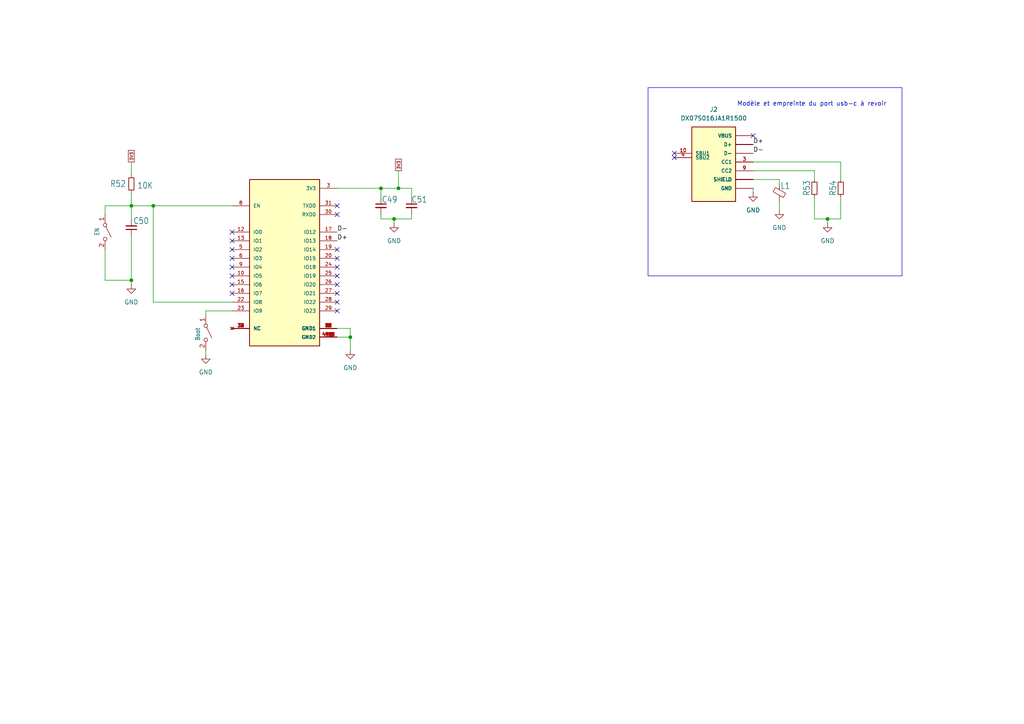
<source format=kicad_sch>
(kicad_sch (version 20231120) (generator "eeschema") (generator_version "8.0")
  (paper "A4")
  (lib_symbols
    (symbol "Device:C_Small" (pin_numbers hide) (pin_names (offset 0.254) hide)
      (property "Reference" "C" (at 0.254 1.778 0))
      (property "Value" "C_Small" (at 0.254 -2.032 0))
      (symbol "C_Small_0_1"
        (polyline (pts (xy -1.524 -0.508) (xy 1.524 -0.508)) (stroke (width 0.3302)))
        (polyline (pts (xy -1.524 0.508) (xy 1.524 0.508)) (stroke (width 0.3048)))
      )
      (symbol "C_Small_1_1"
        (pin passive line (at 0 2.54 270) (length 2.032) (name "~") (number "1"))
        (pin passive line (at 0 -2.54 90) (length 2.032) (name "~") (number "2"))
      )
    )
    (symbol "Device:FerriteBead_Small" (pin_numbers hide) (pin_names (offset 0))
      (property "Reference" "FB" (at 1.905 1.27 0))
      (property "Value" "FerriteBead_Small" (at 1.905 -1.27 0))
      (symbol "FerriteBead_Small_0_1"
        (polyline (pts (xy 0 -1.27) (xy 0 -0.7874)))
        (polyline (pts (xy 0 0.889) (xy 0 1.2954)))
        (polyline (pts (xy -1.8288 0.2794) (xy -1.1176 1.4986) (xy 1.8288 -0.2032) (xy 1.1176 -1.4224) (xy -1.8288 0.2794)))
      )
      (symbol "FerriteBead_Small_1_1"
        (pin passive line (at 0 2.54 270) (length 1.27) (name "~") (number "1"))
        (pin passive line (at 0 -2.54 90) (length 1.27) (name "~") (number "2"))
      )
    )
    (symbol "Device:R_Small" (pin_numbers hide) (pin_names (offset 0.254) hide)
      (property "Reference" "R" (at 0.762 0.508 0))
      (property "Value" "R_Small" (at 0.762 -1.016 0))
      (symbol "R_Small_0_1"
        (rectangle (start -0.762 1.778) (end 0.762 -1.778) (stroke (width 0.2032)))
      )
      (symbol "R_Small_1_1"
        (pin passive line (at 0 2.54 270) (length 0.762) (name "~") (number "1"))
        (pin passive line (at 0 -2.54 90) (length 0.762) (name "~") (number "2"))
      )
    )
    (symbol "Enerwize:ESP32-C6-MINI-1-N4" (pin_names (offset 1.016))
      (property "Reference" "U" (at -10.16 23.622 0))
      (property "Value" "ESP32-C6-MINI-1-N4" (at -10.16 -27.94 0))
      (symbol "ESP32-C6-MINI-1-N4_0_0"
        (rectangle (start -10.16 22.86) (end 10.16 -25.4) (stroke (width 0.254)) (fill (type background)))
        (pin power_in line (at 15.24 -20.32 180) (length 5.08) (name "GND1") (number "1"))
        (pin bidirectional line (at -15.24 -5.08 0) (length 5.08) (name "IO5") (number "10"))
        (pin power_in line (at 15.24 -20.32 180) (length 5.08) (name "GND1") (number "11"))
        (pin bidirectional line (at -15.24 7.62 0) (length 5.08) (name "IO0") (number "12"))
        (pin bidirectional line (at -15.24 5.08 0) (length 5.08) (name "IO1") (number "13"))
        (pin power_in line (at 15.24 -20.32 180) (length 5.08) (name "GND1") (number "14"))
        (pin bidirectional line (at -15.24 -7.62 0) (length 5.08) (name "IO6") (number "15"))
        (pin bidirectional line (at -15.24 -10.16 0) (length 5.08) (name "IO7") (number "16"))
        (pin bidirectional line (at 15.24 7.62 180) (length 5.08) (name "IO12") (number "17"))
        (pin bidirectional line (at 15.24 5.08 180) (length 5.08) (name "IO13") (number "18"))
        (pin bidirectional line (at 15.24 2.54 180) (length 5.08) (name "IO14") (number "19"))
        (pin power_in line (at 15.24 -20.32 180) (length 5.08) (name "GND1") (number "2"))
        (pin bidirectional line (at 15.24 0 180) (length 5.08) (name "IO15") (number "20"))
        (pin no_connect line (at -15.24 -20.32 0) (length 5.08) (name "NC") (number "21"))
        (pin bidirectional line (at -15.24 -12.7 0) (length 5.08) (name "IO8") (number "22"))
        (pin bidirectional line (at -15.24 -15.24 0) (length 5.08) (name "IO9") (number "23"))
        (pin bidirectional line (at 15.24 -2.54 180) (length 5.08) (name "IO18") (number "24"))
        (pin bidirectional line (at 15.24 -5.08 180) (length 5.08) (name "IO19") (number "25"))
        (pin bidirectional line (at 15.24 -7.62 180) (length 5.08) (name "IO20") (number "26"))
        (pin bidirectional line (at 15.24 -10.16 180) (length 5.08) (name "IO21") (number "27"))
        (pin bidirectional line (at 15.24 -12.7 180) (length 5.08) (name "IO22") (number "28"))
        (pin bidirectional line (at 15.24 -15.24 180) (length 5.08) (name "IO23") (number "29"))
        (pin power_in line (at 15.24 20.32 180) (length 5.08) (name "3V3") (number "3"))
        (pin bidirectional line (at 15.24 12.7 180) (length 5.08) (name "RXD0") (number "30"))
        (pin bidirectional line (at 15.24 15.24 180) (length 5.08) (name "TXD0") (number "31"))
        (pin no_connect line (at -15.24 -20.32 0) (length 5.08) (name "NC") (number "32"))
        (pin no_connect line (at -15.24 -20.32 0) (length 5.08) (name "NC") (number "33"))
        (pin no_connect line (at -15.24 -20.32 0) (length 5.08) (name "NC") (number "34"))
        (pin no_connect line (at -15.24 -20.32 0) (length 5.08) (name "NC") (number "35"))
        (pin power_in line (at 15.24 -20.32 180) (length 5.08) (name "GND1") (number "36"))
        (pin power_in line (at 15.24 -20.32 180) (length 5.08) (name "GND1") (number "37"))
        (pin power_in line (at 15.24 -20.32 180) (length 5.08) (name "GND1") (number "38"))
        (pin power_in line (at 15.24 -20.32 180) (length 5.08) (name "GND1") (number "39"))
        (pin no_connect line (at -15.24 -20.32 0) (length 5.08) (name "NC") (number "4"))
        (pin power_in line (at 15.24 -20.32 180) (length 5.08) (name "GND1") (number "40"))
        (pin power_in line (at 15.24 -20.32 180) (length 5.08) (name "GND1") (number "41"))
        (pin power_in line (at 15.24 -20.32 180) (length 5.08) (name "GND1") (number "42"))
        (pin power_in line (at 15.24 -20.32 180) (length 5.08) (name "GND1") (number "43"))
        (pin power_in line (at 15.24 -20.32 180) (length 5.08) (name "GND1") (number "44"))
        (pin power_in line (at 15.24 -20.32 180) (length 5.08) (name "GND1") (number "45"))
        (pin power_in line (at 15.24 -20.32 180) (length 5.08) (name "GND1") (number "46"))
        (pin power_in line (at 15.24 -22.86 180) (length 5.08) (name "GND2") (number "47"))
        (pin power_in line (at 15.24 -22.86 180) (length 5.08) (name "GND2") (number "48"))
        (pin power_in line (at 15.24 -22.86 180) (length 5.08) (name "GND2") (number "49_1"))
        (pin power_in line (at 15.24 -22.86 180) (length 5.08) (name "GND2") (number "49_2"))
        (pin power_in line (at 15.24 -22.86 180) (length 5.08) (name "GND2") (number "49_3"))
        (pin power_in line (at 15.24 -22.86 180) (length 5.08) (name "GND2") (number "49_4"))
        (pin power_in line (at 15.24 -22.86 180) (length 5.08) (name "GND2") (number "49_5"))
        (pin power_in line (at 15.24 -22.86 180) (length 5.08) (name "GND2") (number "49_6"))
        (pin power_in line (at 15.24 -22.86 180) (length 5.08) (name "GND2") (number "49_7"))
        (pin power_in line (at 15.24 -22.86 180) (length 5.08) (name "GND2") (number "49_8"))
        (pin power_in line (at 15.24 -22.86 180) (length 5.08) (name "GND2") (number "49_9"))
        (pin bidirectional line (at -15.24 2.54 0) (length 5.08) (name "IO2") (number "5"))
        (pin power_in line (at 15.24 -22.86 180) (length 5.08) (name "GND2") (number "50"))
        (pin power_in line (at 15.24 -22.86 180) (length 5.08) (name "GND2") (number "51"))
        (pin power_in line (at 15.24 -22.86 180) (length 5.08) (name "GND2") (number "52"))
        (pin power_in line (at 15.24 -22.86 180) (length 5.08) (name "GND2") (number "53"))
        (pin bidirectional line (at -15.24 0 0) (length 5.08) (name "IO3") (number "6"))
        (pin no_connect line (at -15.24 -20.32 0) (length 5.08) (name "NC") (number "7"))
        (pin input line (at -15.24 15.24 0) (length 5.08) (name "EN") (number "8"))
        (pin bidirectional line (at -15.24 -2.54 0) (length 5.08) (name "IO4") (number "9"))
      )
    )
    (symbol "Enerwize:USB Type C SMT" (pin_names (offset 1.016))
      (property "Reference" "J" (at -1.27 12.7 0))
      (property "Value" "DX07S016JA1R1500" (at -5.08 -12.7 0))
      (symbol "USB Type C SMT_0_0"
        (rectangle (start -2.54 11.43) (end 10.16 -10.16) (stroke (width 0.254)) (fill (type background)))
        (pin power_in line (at 15.24 -6.35 180) (length 5.08) (name "GND") (number "1"))
        (pin power_in line (at 15.24 8.89 180) (length 5.08) (name "VBUS") (number "2"))
        (pin passive line (at 15.24 1.27 180) (length 5.08) (name "CC1") (number "3"))
        (pin passive line (at 15.24 3.81 180) (length 5.08) (name "D-") (number "5"))
        (pin passive line (at 15.24 6.35 180) (length 5.08) (name "D+") (number "6"))
      )
      (symbol "USB Type C SMT_1_0"
        (pin passive line (at -7.62 3.81 0) (length 5.08) (name "SBU1") (number "10"))
        (pin power_in line (at 15.24 8.89 180) (length 5.08) (name "VBUS") (number "11"))
        (pin power_in line (at 15.24 -6.35 180) (length 5.08) (name "GND") (number "12"))
        (pin passive line (at -7.62 2.54 0) (length 5.08) (name "SBU2") (number "4"))
        (pin passive line (at 15.24 3.81 180) (length 5.08) (name "D-") (number "7"))
        (pin passive line (at 15.24 6.35 180) (length 5.08) (name "D+") (number "8"))
        (pin passive line (at 15.24 -1.27 180) (length 5.08) (name "CC2") (number "9"))
        (pin passive line (at 15.24 -3.81 180) (length 5.08) (name "SHIELD") (number "S1"))
        (pin passive line (at 15.24 -3.81 180) (length 5.08) (name "SHIELD") (number "S2"))
        (pin passive line (at 15.24 -3.81 180) (length 5.08) (name "SHIELD") (number "S3"))
        (pin passive line (at 15.24 -3.81 180) (length 5.08) (name "SHIELD") (number "S4"))
        (pin passive line (at 15.24 -3.81 180) (length 5.08) (name "SHIELD") (number "S5"))
        (pin passive line (at 15.24 -3.81 180) (length 5.08) (name "SHIELD") (number "S6"))
      )
    )
    (symbol "Switch:SW_SPST" (pin_names (offset 0) hide)
      (property "Reference" "SW" (at 0 3.175 0))
      (property "Value" "SW_SPST" (at 0 -2.54 0))
      (symbol "SW_SPST_0_0"
        (circle (center -2.032 0) (radius 0.508))
        (polyline (pts (xy -1.524 0.254) (xy 1.524 1.778)))
        (circle (center 2.032 0) (radius 0.508))
      )
      (symbol "SW_SPST_1_1"
        (pin passive line (at -5.08 0 0) (length 2.54) (name "A") (number "1"))
        (pin passive line (at 5.08 0 180) (length 2.54) (name "B") (number "2"))
      )
    )
    (symbol "power:GND" (power) (pin_numbers hide) (pin_names (offset 0) hide)
      (property "Value" "GND" (at 0 -3.81 0))
      (symbol "GND_0_1"
        (polyline (pts (xy 0 0) (xy 0 -1.27) (xy 1.27 -1.27) (xy 0 -2.54) (xy -1.27 -1.27) (xy 0 -1.27)))
      )
      (symbol "GND_1_1"
        (pin power_in line (at 0 0 270) (length 0) (name "~") (number "1"))
      )
    )
  )
  (junction (at 38.1 81.28))
  (junction (at 114.3 63.5))
  (junction (at 110.49 54.61))
  (junction (at 240.03 63.5))
  (junction (at 38.1 59.69))
  (junction (at 44.45 59.69))
  (junction (at 115.57 54.61))
  (junction (at 101.6 97.79))
  (no_connect (at 67.31 82.55))
  (no_connect (at 67.31 74.93))
  (no_connect (at 97.79 87.63))
  (no_connect (at 97.79 74.93))
  (no_connect (at 67.31 85.09))
  (no_connect (at 67.31 72.39))
  (no_connect (at 195.58 45.72))
  (no_connect (at 67.31 80.01))
  (no_connect (at 195.58 44.45))
  (no_connect (at 67.31 67.31))
  (no_connect (at 97.79 85.09))
  (no_connect (at 97.79 77.47))
  (no_connect (at 97.79 72.39))
  (no_connect (at 218.44 39.37))
  (no_connect (at 97.79 80.01))
  (no_connect (at 97.79 62.23))
  (no_connect (at 67.31 77.47))
  (no_connect (at 97.79 82.55))
  (no_connect (at 97.79 59.69))
  (no_connect (at 97.79 90.17))
  (no_connect (at 67.31 69.85))
  (wire (pts (xy 236.22 49.53) (xy 219.71 49.53)) (stroke (width 0.1524)))
  (wire (pts (xy 30.48 81.28) (xy 38.1 81.28)) (stroke (width 0.1524)))
  (wire (pts (xy 67.31 87.63) (xy 44.45 87.63)))
  (wire (pts (xy 119.38 63.5) (xy 119.38 62.23)) (stroke (width 0.1524)))
  (wire (pts (xy 101.6 99.06) (xy 101.6 101.6)) (stroke (width 0.1524)))
  (wire (pts (xy 218.44 46.99) (xy 219.71 46.99)))
  (wire (pts (xy 97.79 95.25) (xy 101.6 95.25)))
  (wire (pts (xy 110.49 54.61) (xy 110.49 57.15)) (stroke (width 0.1524)))
  (wire (pts (xy 110.49 63.5) (xy 110.49 62.23)) (stroke (width 0.1524)))
  (wire (pts (xy 119.38 54.61) (xy 119.38 57.15)) (stroke (width 0.1524)))
  (wire (pts (xy 38.1 48.26) (xy 38.1 50.8)))
  (wire (pts (xy 236.22 57.15) (xy 236.22 59.69)))
  (wire (pts (xy 38.1 59.69) (xy 30.48 59.69)) (stroke (width 0.1524)))
  (wire (pts (xy 38.1 81.28) (xy 38.1 68.58)) (stroke (width 0.1524)))
  (wire (pts (xy 236.22 49.53) (xy 236.22 52.07)) (stroke (width 0.1524)))
  (wire (pts (xy 30.48 81.28) (xy 30.48 72.39)) (stroke (width 0.1524)))
  (wire (pts (xy 226.06 60.96) (xy 226.06 58.42)))
  (wire (pts (xy 44.45 59.69) (xy 67.31 59.69)) (stroke (width 0.1524)))
  (wire (pts (xy 115.57 54.61) (xy 119.38 54.61)) (stroke (width 0.1524)))
  (wire (pts (xy 101.6 97.79) (xy 101.6 99.06)))
  (wire (pts (xy 110.49 54.61) (xy 115.57 54.61)) (stroke (width 0.1524)))
  (wire (pts (xy 240.03 64.77) (xy 240.03 63.5)))
  (wire (pts (xy 59.69 91.44) (xy 59.69 90.17)))
  (wire (pts (xy 243.84 59.69) (xy 243.84 63.5)) (stroke (width 0.1524)))
  (wire (pts (xy 110.49 63.5) (xy 114.3 63.5)) (stroke (width 0.1524)))
  (wire (pts (xy 44.45 87.63) (xy 44.45 59.69)))
  (wire (pts (xy 240.03 63.5) (xy 243.84 63.5)) (stroke (width 0.1524)))
  (wire (pts (xy 38.1 58.42) (xy 38.1 59.69)) (stroke (width 0.1524)))
  (wire (pts (xy 115.57 54.61) (xy 115.57 49.53)) (stroke (width 0.1524)))
  (wire (pts (xy 101.6 95.25) (xy 101.6 97.79)))
  (wire (pts (xy 114.3 63.5) (xy 114.3 64.77)) (stroke (width 0.1524)))
  (wire (pts (xy 114.3 63.5) (xy 119.38 63.5)) (stroke (width 0.1524)))
  (wire (pts (xy 97.79 97.79) (xy 101.6 97.79)))
  (wire (pts (xy 226.06 52.07) (xy 226.06 53.34)))
  (wire (pts (xy 218.44 52.07) (xy 226.06 52.07)))
  (wire (pts (xy 59.69 101.6) (xy 59.69 102.87)))
  (wire (pts (xy 30.48 62.23) (xy 30.48 59.69)) (stroke (width 0.1524)))
  (wire (pts (xy 38.1 59.69) (xy 44.45 59.69)) (stroke (width 0.1524)))
  (wire (pts (xy 236.22 63.5) (xy 236.22 59.69)) (stroke (width 0.1524)))
  (wire (pts (xy 243.84 57.15) (xy 243.84 59.69)))
  (wire (pts (xy 38.1 46.99) (xy 38.1 48.26)) (stroke (width 0.1524)))
  (wire (pts (xy 236.22 63.5) (xy 240.03 63.5)) (stroke (width 0.1524)))
  (wire (pts (xy 243.84 46.99) (xy 219.71 46.99)) (stroke (width 0.1524)))
  (wire (pts (xy 218.44 54.61) (xy 218.44 55.88)))
  (wire (pts (xy 38.1 82.55) (xy 38.1 81.28)))
  (wire (pts (xy 38.1 59.69) (xy 38.1 63.5)) (stroke (width 0.1524)))
  (wire (pts (xy 97.79 54.61) (xy 110.49 54.61)))
  (wire (pts (xy 218.44 49.53) (xy 219.71 49.53)))
  (wire (pts (xy 59.69 90.17) (xy 67.31 90.17)))
  (wire (pts (xy 243.84 46.99) (xy 243.84 52.07)) (stroke (width 0.1524)))
  (wire (pts (xy 38.1 55.88) (xy 38.1 58.42)))
  (rectangle (start 187.96 25.4) (end 261.62 80.01))
  (text "Modèle et empreinte du port usb-c à revoir" (at 235.458 30.226 0) (effects (font (size 1.27 1.27))))
  (label "D+" (at 97.79 69.85 0))
  (label "D-" (at 218.44 44.45 0))
  (label "D+" (at 218.44 41.91 0))
  (label "D-" (at 97.79 67.31 0))
  (global_label "3V3" (shape passive) (at 38.1 46.99 90) (effects (font (size 0.889 0.889))) (property "Intersheetrefs" "${INTERSHEET_REFS}" (effects (hide yes))))
  (global_label "3V3" (shape passive) (at 115.57 49.53 90) (effects (font (size 0.889 0.889))) (property "Intersheetrefs" "${INTERSHEET_REFS}" (effects (hide yes))))
  (symbol (lib_id "Switch:SW_SPST") (at 30.48 67.31 270) (unit 1)
    (property "Reference" "EN" (at 27.432 66.04 0) (effects (font (size 1.27 1.0795)) (justify left bottom)))
    (property "Value" "B3U-1000P-2P-SMD" (effects (hide yes)))
    (property "Footprint" "Button_Switch_SMD:SW_SPST_B3U-1000P-B" (effects (hide yes)))
    (property "Description" "Single Pole Single Throw (SPST) switch" (effects (hide yes)))
    (property "LCSC Part #" "C498294" (effects (hide yes)))
  )
  (symbol (lib_id "Device:C_Small") (at 110.49 59.69 0) (unit 1)
    (property "Reference" "C49" (at 115.316 56.896 0) (effects (font (size 1.778 1.5113)) (justify right top)))
    (property "Value" "6.3V 22uF X5R ±20%" (effects (hide yes)))
    (property "Footprint" "Capacitor_SMD:C_0603_1608Metric_Pad1.08x0.95mm_HandSolder" (effects (hide yes)))
    (property "Description" "Unpolarized capacitor, small symbol" (effects (hide yes)))
  )
  (symbol (lib_id "Device:FerriteBead_Small") (at 226.06 55.88 0) (unit 1)
    (property "Reference" "L1" (at 226.314 54.864 0) (effects (font (size 1.778 1.5113)) (justify left bottom)))
    (property "Value" "120 Ohms  300mA 25%" (effects (hide yes)))
    (property "Footprint" "Inductor_SMD:L_0603_1608Metric_Pad1.05x0.95mm_HandSolder" (effects (hide yes)))
    (property "Description" "Ferrite bead, small symbol" (effects (hide yes)))
    (property "Manufacturer" "Murata Electronics" (effects (hide yes)))
    (property "Mfg Part #" "BLM18BD121SZ1D" (effects (hide yes)))
    (property "LCSC Part #" "C88965" (effects (hide yes)))
  )
  (symbol (lib_id "Enerwize:ESP32-C6-MINI-1-N4") (at 82.55 74.93 0) (unit 1)
    (property "Reference" "U1" (effects (hide yes)))
    (property "Value" "ESP32-C6-MINI-1-N4" (effects (hide yes)))
    (property "Footprint" "Enerwize:ESP32-C6-MINI-1-N4" (effects (hide yes)))
    (property "Manufacturer" "Espressif" (effects (hide yes)))
    (property "Mfg Part #" "ESP32-C6-MINI-1-N4" (effects (hide yes)))
    (property "LCSC Part #" "C5736265" (effects (hide yes)))
    (property "MF" "Espressif Systems" (effects (hide yes)))
    (property "MAXIMUM_PACKAGE_HEIGHT" "2.55 mm" (effects (hide yes)))
    (property "Package" "SMD-53 Espressif Systems" (effects (hide yes)))
    (property "MP" "ESP32-C6-MINI-1-N4" (effects (hide yes)))
    (property "Description_1" "802.15.4, Bluetooth, WiFi 802.11ax, Bluetooth v5.0, Zigbee® Transceiver Module 2.4GHz Antenna Not Included Surface Mount" (effects (hide yes)))
  )
  (symbol (lib_id "power:GND") (at 240.03 64.77 0) (unit 1)
    (property "Reference" "#PWR031" (effects (hide yes)))
    (property "Value" "GND" (at 240.03 69.85 0))
    (property "Description" "Power symbol creates a global label with name \"GND\" , ground" (effects (hide yes)))
  )
  (symbol (lib_id "Switch:SW_SPST") (at 59.69 96.52 270) (unit 1)
    (property "Reference" "Boot" (at 56.642 94.996 0) (effects (font (size 1.27 1.0795)) (justify left bottom)))
    (property "Value" "B3U-1000P-2P-SMD" (effects (hide yes)))
    (property "Footprint" "Button_Switch_SMD:SW_SPST_B3U-1000P-B" (effects (hide yes)))
    (property "Description" "Single Pole Single Throw (SPST) switch" (effects (hide yes)))
    (property "LCSC Part #" "C498294" (effects (hide yes)))
  )
  (symbol (lib_id "Device:R_Small") (at 236.22 54.61 180) (unit 1)
    (property "Reference" "R53" (at 234.95 56.896 90) (effects (font (size 1.778 1.5113)) (justify right top)))
    (property "Value" "5.1K" (effects (hide yes)))
    (property "Footprint" "Diode_SMD:D_0603_1608Metric_Pad1.05x0.95mm_HandSolder" (effects (hide yes)))
    (property "Description" "Resistor, small symbol" (effects (hide yes)))
    (property "Manufacturer" "UNI-ROYAL" (effects (hide yes)))
    (property "Mfg Part #" "0402WGF5101TCE" (effects (hide yes)))
    (property "LCSC Part #" "C25905" (effects (hide yes)))
  )
  (symbol (lib_id "power:GND") (at 101.6 101.6 0) (unit 1)
    (property "Reference" "#PWR028" (effects (hide yes)))
    (property "Value" "GND" (at 101.6 106.68 0))
    (property "Description" "Power symbol creates a global label with name \"GND\" , ground" (effects (hide yes)))
  )
  (symbol (lib_id "power:GND") (at 114.3 64.77 0) (unit 1)
    (property "Reference" "#PWR030" (effects (hide yes)))
    (property "Value" "GND" (at 114.3 69.85 0))
    (property "Description" "Power symbol creates a global label with name \"GND\" , ground" (effects (hide yes)))
  )
  (symbol (lib_id "power:GND") (at 218.44 55.88 0) (unit 1)
    (property "Reference" "#PWR026" (effects (hide yes)))
    (property "Value" "GND" (at 218.44 60.96 0))
    (property "Description" "Power symbol creates a global label with name \"GND\" , ground" (effects (hide yes)))
  )
  (symbol (lib_id "Device:R_Small") (at 38.1 53.34 0) (unit 1)
    (property "Reference" "R52" (at 36.576 52.324 0) (effects (font (size 1.778 1.5113)) (justify right top)))
    (property "Value" "10K" (at 44.45 52.832 0) (effects (font (size 1.778 1.5113)) (justify right top)))
    (property "Footprint" "Resistor_SMD:R_0603_1608Metric_Pad0.98x0.95mm_HandSolder" (effects (hide yes)))
    (property "Description" "Resistor, small symbol" (effects (hide yes)))
    (property "Manufacturer" "UNI-ROYAL" (effects (hide yes)))
    (property "Mfg Part #" "0402WGF1002TCE" (effects (hide yes)))
    (property "LCSC Part #" "C25744" (effects (hide yes)))
  )
  (symbol (lib_id "Device:R_Small") (at 243.84 54.61 180) (unit 1)
    (property "Reference" "R54" (at 242.57 56.896 90) (effects (font (size 1.778 1.5113)) (justify right top)))
    (property "Value" "5.1K" (effects (hide yes)))
    (property "Footprint" "Diode_SMD:D_0603_1608Metric_Pad1.05x0.95mm_HandSolder" (effects (hide yes)))
    (property "Description" "Resistor, small symbol" (effects (hide yes)))
    (property "Manufacturer" "UNI-ROYAL" (effects (hide yes)))
    (property "Mfg Part #" "0402WGF5101TCE" (effects (hide yes)))
    (property "LCSC Part #" "C25905" (effects (hide yes)))
  )
  (symbol (lib_id "power:GND") (at 38.1 82.55 0) (unit 1)
    (property "Reference" "#PWR027" (effects (hide yes)))
    (property "Value" "GND" (at 38.1 87.63 0))
    (property "Description" "Power symbol creates a global label with name \"GND\" , ground" (effects (hide yes)))
  )
  (symbol (lib_id "Device:C_Small") (at 38.1 66.04 180) (unit 1)
    (property "Reference" "C50" (at 38.608 65.024 0) (effects (font (size 1.778 1.5113)) (justify right top)))
    (property "Value" "6.3V 100nF X7R ±10%" (effects (hide yes)))
    (property "Footprint" "Capacitor_SMD:C_0603_1608Metric_Pad1.08x0.95mm_HandSolder" (effects (hide yes)))
    (property "Description" "Unpolarized capacitor, small symbol" (effects (hide yes)))
    (property "Sim.Device" "C" (effects (hide yes)))
    (property "Sim.Type" "=" (effects (hide yes)))
    (property "Sim.Params" "c=\"25V 1uF X5R ±10%\"" (effects (hide yes)))
    (property "Sim.Pins" "1=+ 2=-" (effects (hide yes)))
  )
  (symbol (lib_id "Enerwize:USB Type C SMT") (at 203.2 48.26 0) (unit 1)
    (property "Reference" "J2" (at 207.01 31.75 0))
    (property "Value" "DX07S016JA1R1500" (at 207.01 34.29 0))
    (property "Footprint" "Enerwize:USB Type C" (effects (hide yes)))
    (property "Description" "USB-C (USB TYPE-C) USB 2.0 Receptacle Connector 24 (16+8 Dummy) Position Surface Mount, Right Angle; Through Hole" (effects (hide yes)))
    (property "MF" "JAE Electronics" (effects (hide yes)))
    (property "MP" "DX07S016JA1R1500" (effects (hide yes)))
  )
  (symbol (lib_id "power:GND") (at 226.06 60.96 0) (unit 1)
    (property "Reference" "#PWR029" (effects (hide yes)))
    (property "Value" "GND" (at 226.06 66.04 0))
    (property "Description" "Power symbol creates a global label with name \"GND\" , ground" (effects (hide yes)))
  )
  (symbol (lib_id "Device:C_Small") (at 119.38 59.69 0) (unit 1)
    (property "Reference" "C51" (at 123.952 56.896 0) (effects (font (size 1.778 1.5113)) (justify right top)))
    (property "Value" "16V 100nF X7R ±10%" (effects (hide yes)))
    (property "Footprint" "Capacitor_SMD:C_0603_1608Metric_Pad1.08x0.95mm_HandSolder" (effects (hide yes)))
    (property "Description" "Unpolarized capacitor, small symbol" (effects (hide yes)))
  )
  (symbol (lib_id "power:GND") (at 59.69 102.87 0) (unit 1)
    (property "Reference" "#PWR035" (effects (hide yes)))
    (property "Value" "GND" (at 59.69 107.95 0))
    (property "Description" "Power symbol creates a global label with name \"GND\" , ground" (effects (hide yes)))
  )
)
</source>
